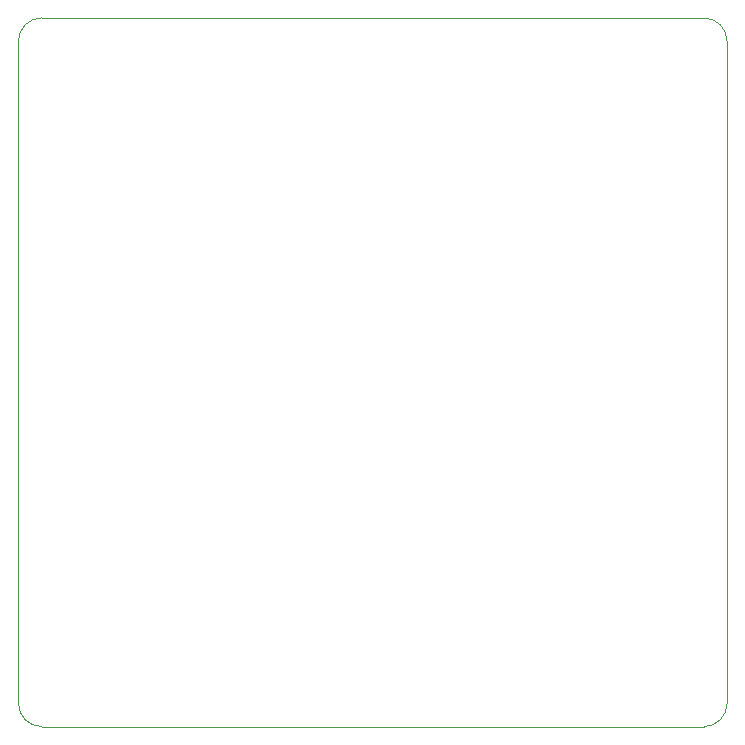
<source format=gbr>
G04 #@! TF.GenerationSoftware,KiCad,Pcbnew,(5.1.5)-3*
G04 #@! TF.CreationDate,2020-02-29T16:25:42-03:00*
G04 #@! TF.ProjectId,BKR01AT,424b5230-3141-4542-9e6b-696361645f70,rev?*
G04 #@! TF.SameCoordinates,Original*
G04 #@! TF.FileFunction,Profile,NP*
%FSLAX46Y46*%
G04 Gerber Fmt 4.6, Leading zero omitted, Abs format (unit mm)*
G04 Created by KiCad (PCBNEW (5.1.5)-3) date 2020-02-29 16:25:42*
%MOMM*%
%LPD*%
G04 APERTURE LIST*
%ADD10C,0.120000*%
G04 APERTURE END LIST*
D10*
X121475871Y-118935871D02*
G75*
G02X119519700Y-116979700I0J1956171D01*
G01*
X177558329Y-58940329D02*
G75*
G02X179514500Y-60896500I0J-1956171D01*
G01*
X179514871Y-116979329D02*
G75*
G02X177558700Y-118935500I-1956171J0D01*
G01*
X119519329Y-60896871D02*
G75*
G02X121475500Y-58940700I1956171J0D01*
G01*
X179514871Y-116979329D02*
X179514500Y-60896500D01*
X121475500Y-58940700D02*
X177558329Y-58940329D01*
X119519700Y-116979700D02*
X119519329Y-60896871D01*
X177558700Y-118935500D02*
X121475871Y-118935871D01*
M02*

</source>
